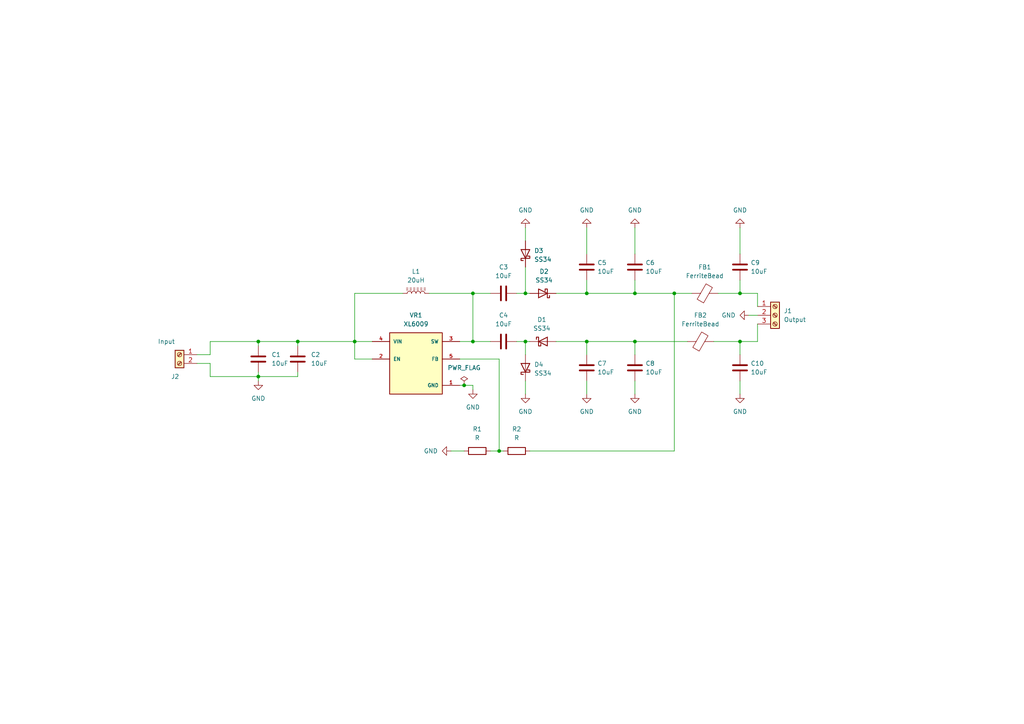
<source format=kicad_sch>
(kicad_sch (version 20230121) (generator eeschema)
  (paper "A4")
  (title_block (title "Dual Power Supply") (date "2023-09-12") (rev "v0.1") (company "JanithMS"))
  (lib_symbols
    (symbol "Connector:Screw_Terminal_01x02" (pin_names (offset 1.016) hide)
      (property "Reference" "J" (at 0 2.54 0))
      (property "Value" "Screw_Terminal_01x02" (at 0 -5.08 0))
      (symbol "Screw_Terminal_01x02_1_1"
        (rectangle (start -1.27 1.27) (end 1.27 -3.81) (stroke (width 0.254)) (fill (type background)))
        (circle (center 0 -2.54) (radius 0.635) (stroke (width 0.1524)))
        (polyline (pts (xy -0.5334 -2.2098) (xy 0.3302 -3.048)) (stroke (width 0.1524)))
        (polyline (pts (xy -0.5334 0.3302) (xy 0.3302 -0.508)) (stroke (width 0.1524)))
        (polyline (pts (xy -0.3556 -2.032) (xy 0.508 -2.8702)) (stroke (width 0.1524)))
        (polyline (pts (xy -0.3556 0.508) (xy 0.508 -0.3302)) (stroke (width 0.1524)))
        (circle (center 0 0) (radius 0.635) (stroke (width 0.1524)))
        (pin passive line (at -5.08 0 0) (length 3.81) (name "Pin_1") (number "1"))
        (pin passive line (at -5.08 -2.54 0) (length 3.81) (name "Pin_2") (number "2"))
      )
    )
    (symbol "Connector:Screw_Terminal_01x03" (pin_names (offset 1.016) hide)
      (property "Reference" "J" (at 0 5.08 0))
      (property "Value" "Screw_Terminal_01x03" (at 0 -5.08 0))
      (symbol "Screw_Terminal_01x03_1_1"
        (rectangle (start -1.27 3.81) (end 1.27 -3.81) (stroke (width 0.254)) (fill (type background)))
        (circle (center 0 -2.54) (radius 0.635) (stroke (width 0.1524)))
        (polyline (pts (xy -0.5334 -2.2098) (xy 0.3302 -3.048)) (stroke (width 0.1524)))
        (polyline (pts (xy -0.5334 0.3302) (xy 0.3302 -0.508)) (stroke (width 0.1524)))
        (polyline (pts (xy -0.5334 2.8702) (xy 0.3302 2.032)) (stroke (width 0.1524)))
        (polyline (pts (xy -0.3556 -2.032) (xy 0.508 -2.8702)) (stroke (width 0.1524)))
        (polyline (pts (xy -0.3556 0.508) (xy 0.508 -0.3302)) (stroke (width 0.1524)))
        (polyline (pts (xy -0.3556 3.048) (xy 0.508 2.2098)) (stroke (width 0.1524)))
        (circle (center 0 0) (radius 0.635) (stroke (width 0.1524)))
        (circle (center 0 2.54) (radius 0.635) (stroke (width 0.1524)))
        (pin passive line (at -5.08 2.54 0) (length 3.81) (name "Pin_1") (number "1"))
        (pin passive line (at -5.08 0 0) (length 3.81) (name "Pin_2") (number "2"))
        (pin passive line (at -5.08 -2.54 0) (length 3.81) (name "Pin_3") (number "3"))
      )
    )
    (symbol "Device:C" (pin_numbers hide) (pin_names (offset 0.254))
      (property "Reference" "C" (at 0.635 2.54 0))
      (property "Value" "C" (at 0.635 -2.54 0))
      (symbol "C_0_1"
        (polyline (pts (xy -2.032 -0.762) (xy 2.032 -0.762)) (stroke (width 0.508)))
        (polyline (pts (xy -2.032 0.762) (xy 2.032 0.762)) (stroke (width 0.508)))
      )
      (symbol "C_1_1"
        (pin passive line (at 0 3.81 270) (length 2.794) (name "~") (number "1"))
        (pin passive line (at 0 -3.81 90) (length 2.794) (name "~") (number "2"))
      )
    )
    (symbol "Device:D_Schottky" (pin_numbers hide) (pin_names (offset 1.016) hide)
      (property "Reference" "D" (at 0 2.54 0))
      (property "Value" "D_Schottky" (at 0 -2.54 0))
      (symbol "D_Schottky_0_1"
        (polyline (pts (xy 1.27 0) (xy -1.27 0)))
        (polyline (pts (xy 1.27 1.27) (xy 1.27 -1.27) (xy -1.27 0) (xy 1.27 1.27)) (stroke (width 0.254)))
        (polyline (pts (xy -1.905 0.635) (xy -1.905 1.27) (xy -1.27 1.27) (xy -1.27 -1.27) (xy -0.635 -1.27) (xy -0.635 -0.635)) (stroke (width 0.254)))
      )
      (symbol "D_Schottky_1_1"
        (pin passive line (at -3.81 0 0) (length 2.54) (name "K") (number "1"))
        (pin passive line (at 3.81 0 180) (length 2.54) (name "A") (number "2"))
      )
    )
    (symbol "Device:FerriteBead" (pin_numbers hide) (pin_names (offset 0))
      (property "Reference" "FB" (at -3.81 0.635 90))
      (property "Value" "FerriteBead" (at 3.81 0 90))
      (symbol "FerriteBead_0_1"
        (polyline (pts (xy 0 -1.27) (xy 0 -1.2192)))
        (polyline (pts (xy 0 1.27) (xy 0 1.2954)))
        (polyline (pts (xy -2.7686 0.4064) (xy -1.7018 2.2606) (xy 2.7686 -0.3048) (xy 1.6764 -2.159) (xy -2.7686 0.4064)))
      )
      (symbol "FerriteBead_1_1"
        (pin passive line (at 0 3.81 270) (length 2.54) (name "~") (number "1"))
        (pin passive line (at 0 -3.81 90) (length 2.54) (name "~") (number "2"))
      )
    )
    (symbol "Device:L_Ferrite" (pin_numbers hide) (pin_names (offset 1.016) hide)
      (property "Reference" "L" (at -1.27 0 90))
      (property "Value" "L_Ferrite" (at 2.794 0 90))
      (symbol "L_Ferrite_0_1"
        (arc (start 0 -2.54) (mid 0.6323 -1.905) (end 0 -1.27))
        (arc (start 0 -1.27) (mid 0.6323 -0.635) (end 0 0))
        (polyline (pts (xy 1.016 -2.794) (xy 1.016 -2.286)))
        (polyline (pts (xy 1.016 -1.778) (xy 1.016 -1.27)))
        (polyline (pts (xy 1.016 -0.762) (xy 1.016 -0.254)))
        (polyline (pts (xy 1.016 0.254) (xy 1.016 0.762)))
        (polyline (pts (xy 1.016 1.27) (xy 1.016 1.778)))
        (polyline (pts (xy 1.016 2.286) (xy 1.016 2.794)))
        (polyline (pts (xy 1.524 -2.286) (xy 1.524 -2.794)))
        (polyline (pts (xy 1.524 -1.27) (xy 1.524 -1.778)))
        (polyline (pts (xy 1.524 -0.254) (xy 1.524 -0.762)))
        (polyline (pts (xy 1.524 0.762) (xy 1.524 0.254)))
        (polyline (pts (xy 1.524 1.778) (xy 1.524 1.27)))
        (polyline (pts (xy 1.524 2.794) (xy 1.524 2.286)))
        (arc (start 0 0) (mid 0.6323 0.635) (end 0 1.27))
        (arc (start 0 1.27) (mid 0.6323 1.905) (end 0 2.54))
      )
      (symbol "L_Ferrite_1_1"
        (pin passive line (at 0 3.81 270) (length 1.27) (name "1") (number "1"))
        (pin passive line (at 0 -3.81 90) (length 1.27) (name "2") (number "2"))
      )
    )
    (symbol "Device:R" (pin_numbers hide) (pin_names (offset 0))
      (property "Reference" "R" (at 2.032 0 90))
      (property "Value" "R" (at 0 0 90))
      (symbol "R_0_1"
        (rectangle (start -1.016 -2.54) (end 1.016 2.54) (stroke (width 0.254)))
      )
      (symbol "R_1_1"
        (pin passive line (at 0 3.81 270) (length 1.27) (name "~") (number "1"))
        (pin passive line (at 0 -3.81 90) (length 1.27) (name "~") (number "2"))
      )
    )
    (symbol "JanithSymbols:XL6009" (pin_names (offset 1.016))
      (property "Reference" "VR" (at -7.62 8.89 0))
      (property "Value" "XL6009" (at -7.62 -11.43 0))
      (symbol "XL6009_0_0"
        (rectangle (start -7.62 -10.16) (end 7.62 7.62) (stroke (width 0.254)) (fill (type background)))
        (pin power_in line (at 12.7 -7.62 180) (length 5.08) (name "GND") (number "1"))
        (pin input line (at -12.7 0 0) (length 5.08) (name "EN") (number "2"))
        (pin output line (at 12.7 5.08 180) (length 5.08) (name "SW") (number "3"))
        (pin input line (at -12.7 5.08 0) (length 5.08) (name "VIN") (number "4"))
        (pin input line (at 12.7 0 180) (length 5.08) (name "FB") (number "5"))
      )
    )
    (symbol "power:GND" (power) (pin_names (offset 0))
      (property "Value" "GND" (at 0 -3.81 0))
      (symbol "GND_0_1"
        (polyline (pts (xy 0 0) (xy 0 -1.27) (xy 1.27 -1.27) (xy 0 -2.54) (xy -1.27 -1.27) (xy 0 -1.27)))
      )
      (symbol "GND_1_1"
        (pin power_in line (at 0 0 270) (length 0) hide (name "GND") (number "1"))
      )
    )
    (symbol "power:PWR_FLAG" (power) (pin_numbers hide) (pin_names (offset 0) hide)
      (property "Value" "PWR_FLAG" (at 0 3.81 0))
      (symbol "PWR_FLAG_0_0"
        (pin power_out line (at 0 0 90) (length 0) (name "pwr") (number "1"))
      )
      (symbol "PWR_FLAG_0_1"
        (polyline (pts (xy 0 0) (xy 0 1.27) (xy -1.016 1.905) (xy 0 2.54) (xy 1.016 1.905) (xy 0 1.27)))
      )
    )
  )
  (junction (at 170.18 99.06))
  (junction (at 74.93 109.22))
  (junction (at 214.63 85.09))
  (junction (at 195.58 85.09))
  (junction (at 152.4 99.06))
  (junction (at 86.36 99.06))
  (junction (at 214.63 99.06))
  (junction (at 134.62 111.76))
  (junction (at 184.15 85.09))
  (junction (at 184.15 99.06))
  (junction (at 74.93 99.06))
  (junction (at 102.87 99.06))
  (junction (at 137.16 99.06))
  (junction (at 170.18 85.09))
  (junction (at 152.4 85.09))
  (junction (at 144.78 130.81))
  (junction (at 137.16 85.09))
  (wire (pts (xy 219.71 93.98) (xy 219.71 99.06)))
  (wire (pts (xy 184.15 85.09) (xy 170.18 85.09)))
  (wire (pts (xy 184.15 99.06) (xy 199.39 99.06)))
  (wire (pts (xy 57.15 102.87) (xy 60.96 102.87)))
  (wire (pts (xy 152.4 85.09) (xy 153.67 85.09)))
  (wire (pts (xy 184.15 110.49) (xy 184.15 114.3)))
  (wire (pts (xy 152.4 110.49) (xy 152.4 114.3)))
  (wire (pts (xy 86.36 99.06) (xy 86.36 100.33)))
  (wire (pts (xy 102.87 99.06) (xy 107.95 99.06)))
  (wire (pts (xy 219.71 88.9) (xy 219.71 85.09)))
  (wire (pts (xy 195.58 85.09) (xy 200.66 85.09)))
  (wire (pts (xy 214.63 99.06) (xy 214.63 102.87)))
  (wire (pts (xy 60.96 105.41) (xy 60.96 109.22)))
  (wire (pts (xy 86.36 99.06) (xy 102.87 99.06)))
  (wire (pts (xy 219.71 99.06) (xy 214.63 99.06)))
  (wire (pts (xy 214.63 85.09) (xy 214.63 81.28)))
  (wire (pts (xy 74.93 109.22) (xy 74.93 110.49)))
  (wire (pts (xy 219.71 85.09) (xy 214.63 85.09)))
  (wire (pts (xy 60.96 99.06) (xy 74.93 99.06)))
  (wire (pts (xy 102.87 85.09) (xy 102.87 99.06)))
  (wire (pts (xy 161.29 99.06) (xy 170.18 99.06)))
  (wire (pts (xy 60.96 109.22) (xy 74.93 109.22)))
  (wire (pts (xy 161.29 85.09) (xy 170.18 85.09)))
  (wire (pts (xy 214.63 110.49) (xy 214.63 114.3)))
  (wire (pts (xy 144.78 130.81) (xy 146.05 130.81)))
  (wire (pts (xy 170.18 85.09) (xy 170.18 81.28)))
  (wire (pts (xy 137.16 99.06) (xy 142.24 99.06)))
  (wire (pts (xy 74.93 100.33) (xy 74.93 99.06)))
  (wire (pts (xy 144.78 104.14) (xy 144.78 130.81)))
  (wire (pts (xy 207.01 99.06) (xy 214.63 99.06)))
  (wire (pts (xy 170.18 110.49) (xy 170.18 114.3)))
  (wire (pts (xy 130.81 130.81) (xy 134.62 130.81)))
  (wire (pts (xy 74.93 107.95) (xy 74.93 109.22)))
  (wire (pts (xy 149.86 85.09) (xy 152.4 85.09)))
  (wire (pts (xy 152.4 66.04) (xy 152.4 69.85)))
  (wire (pts (xy 107.95 104.14) (xy 102.87 104.14)))
  (wire (pts (xy 208.28 85.09) (xy 214.63 85.09)))
  (wire (pts (xy 152.4 99.06) (xy 152.4 102.87)))
  (wire (pts (xy 142.24 130.81) (xy 144.78 130.81)))
  (wire (pts (xy 153.67 130.81) (xy 195.58 130.81)))
  (wire (pts (xy 149.86 99.06) (xy 152.4 99.06)))
  (wire (pts (xy 214.63 66.04) (xy 214.63 73.66)))
  (wire (pts (xy 86.36 109.22) (xy 74.93 109.22)))
  (wire (pts (xy 116.84 85.09) (xy 102.87 85.09)))
  (wire (pts (xy 134.62 111.76) (xy 137.16 111.76)))
  (wire (pts (xy 137.16 111.76) (xy 137.16 113.03)))
  (wire (pts (xy 60.96 102.87) (xy 60.96 99.06)))
  (wire (pts (xy 137.16 85.09) (xy 142.24 85.09)))
  (wire (pts (xy 133.35 111.76) (xy 134.62 111.76)))
  (wire (pts (xy 74.93 99.06) (xy 86.36 99.06)))
  (wire (pts (xy 170.18 99.06) (xy 170.18 102.87)))
  (wire (pts (xy 152.4 99.06) (xy 153.67 99.06)))
  (wire (pts (xy 195.58 130.81) (xy 195.58 85.09)))
  (wire (pts (xy 195.58 85.09) (xy 184.15 85.09)))
  (wire (pts (xy 124.46 85.09) (xy 137.16 85.09)))
  (wire (pts (xy 170.18 66.04) (xy 170.18 73.66)))
  (wire (pts (xy 184.15 102.87) (xy 184.15 99.06)))
  (wire (pts (xy 184.15 66.04) (xy 184.15 73.66)))
  (wire (pts (xy 184.15 81.28) (xy 184.15 85.09)))
  (wire (pts (xy 137.16 85.09) (xy 137.16 99.06)))
  (wire (pts (xy 133.35 104.14) (xy 144.78 104.14)))
  (wire (pts (xy 137.16 99.06) (xy 133.35 99.06)))
  (wire (pts (xy 57.15 105.41) (xy 60.96 105.41)))
  (wire (pts (xy 184.15 99.06) (xy 170.18 99.06)))
  (wire (pts (xy 152.4 77.47) (xy 152.4 85.09)))
  (wire (pts (xy 86.36 107.95) (xy 86.36 109.22)))
  (wire (pts (xy 217.17 91.44) (xy 219.71 91.44)))
  (wire (pts (xy 102.87 104.14) (xy 102.87 99.06)))
  (symbol (lib_id "power:GND") (at 152.4 66.04 180) (unit 1)
    (property "Reference" "#PWR03" (effects hide))
    (property "Value" "GND" (at 152.4 60.96 0))
  )
  (symbol (lib_id "power:GND") (at 137.16 113.03 0) (unit 1)
    (property "Reference" "#PWR02" (effects hide))
    (property "Value" "GND" (at 137.16 118.11 0))
  )
  (symbol (lib_id "Device:R") (at 149.86 130.81 90) (unit 1)
    (property "Reference" "R2" (at 149.86 124.46 90))
    (property "Value" "R" (at 149.86 127 90))
    (property "Footprint" "Resistor_SMD:R_1206_3216Metric_Pad1.30x1.75mm_HandSolder" (effects hide))
  )
  (symbol (lib_id "Device:C") (at 86.36 104.14 0) (unit 1)
    (property "Reference" "C2" (at 90.17 102.87 0) (effects (justify left)))
    (property "Value" "10uF" (at 90.17 105.41 0) (effects (justify left)))
    (property "Footprint" "Capacitor_SMD:C_1206_3216Metric" (effects hide))
  )
  (symbol (lib_id "power:PWR_FLAG") (at 134.62 111.76 0) (unit 1)
    (property "Reference" "#FLG01" (effects hide))
    (property "Value" "PWR_FLAG" (at 134.62 106.68 0))
  )
  (symbol (lib_id "power:GND") (at 184.15 114.3 0) (unit 1)
    (property "Reference" "#PWR08" (effects hide))
    (property "Value" "GND" (at 184.15 119.38 0))
  )
  (symbol (lib_id "Device:FerriteBead") (at 203.2 99.06 90) (unit 1)
    (property "Reference" "FB2" (at 203.1492 91.44 90))
    (property "Value" "FerriteBead" (at 203.1492 93.98 90))
    (property "Footprint" "Inductor_THT:L_Axial_L5.3mm_D2.2mm_P2.54mm_Vertical_Vishay_IM-1" (effects hide))
  )
  (symbol (lib_id "power:GND") (at 184.15 66.04 180) (unit 1)
    (property "Reference" "#PWR06" (effects hide))
    (property "Value" "GND" (at 184.15 60.96 0))
  )
  (symbol (lib_id "Device:D_Schottky") (at 157.48 99.06 0) (unit 1)
    (property "Reference" "D1" (at 157.1625 92.71 0))
    (property "Value" "SS34" (at 157.1625 95.25 0))
    (property "Footprint" "Diode_SMD:D_SMA-SMB_Universal_Handsoldering" (effects hide))
  )
  (symbol (lib_id "Device:L_Ferrite") (at 120.65 85.09 90) (unit 1)
    (property "Reference" "L1" (at 120.65 78.74 90))
    (property "Value" "20uH" (at 120.65 81.28 90))
    (property "Footprint" "Inductor_SMD:L_Taiyo-Yuden_NR-80xx_HandSoldering" (effects hide))
  )
  (symbol (lib_id "Device:R") (at 138.43 130.81 90) (unit 1)
    (property "Reference" "R1" (at 138.43 124.46 90))
    (property "Value" "R" (at 138.43 127 90))
    (property "Footprint" "Resistor_SMD:R_1206_3216Metric_Pad1.30x1.75mm_HandSolder" (effects hide))
  )
  (symbol (lib_id "Connector:Screw_Terminal_01x03") (at 224.79 91.44 0) (unit 1)
    (property "Reference" "J1" (at 227.33 90.17 0) (effects (justify left)))
    (property "Value" "Output" (at 227.33 92.71 0) (effects (justify left)))
    (property "Footprint" "TerminalBlock_Phoenix:TerminalBlock_Phoenix_MKDS-1,5-3-5.08_1x03_P5.08mm_Horizontal" (effects hide))
  )
  (symbol (lib_id "Device:C") (at 214.63 77.47 180) (unit 1)
    (property "Reference" "C9" (at 217.71 76.2 0) (effects (justify right)))
    (property "Value" "10uF" (at 217.71 78.74 0) (effects (justify right)))
    (property "Footprint" "Capacitor_SMD:C_1206_3216Metric" (effects hide))
  )
  (symbol (lib_id "power:GND") (at 152.4 114.3 0) (unit 1)
    (property "Reference" "#PWR04" (effects hide))
    (property "Value" "GND" (at 152.4 119.38 0))
  )
  (symbol (lib_id "Device:D_Schottky") (at 152.4 106.68 90) (unit 1)
    (property "Reference" "D4" (at 154.94 105.7275 90) (effects (justify right)))
    (property "Value" "SS34" (at 154.94 108.2675 90) (effects (justify right)))
    (property "Footprint" "Diode_SMD:D_SMA-SMB_Universal_Handsoldering" (effects hide))
  )
  (symbol (lib_id "Device:C") (at 170.18 106.68 180) (unit 1)
    (property "Reference" "C7" (at 173.26 105.41 0) (effects (justify right)))
    (property "Value" "10uF" (at 173.26 107.95 0) (effects (justify right)))
    (property "Footprint" "Capacitor_SMD:C_1206_3216Metric" (effects hide))
  )
  (symbol (lib_id "Device:D_Schottky") (at 152.4 73.66 90) (unit 1)
    (property "Reference" "D3" (at 154.94 72.7075 90) (effects (justify right)))
    (property "Value" "SS34" (at 154.94 75.2475 90) (effects (justify right)))
    (property "Footprint" "Diode_SMD:D_SMA-SMB_Universal_Handsoldering" (effects hide))
  )
  (symbol (lib_id "JanithSymbols:XL6009") (at 120.65 104.14 0) (unit 1)
    (property "Reference" "VR1" (at 120.65 91.44 0))
    (property "Value" "XL6009" (at 120.65 93.98 0))
    (property "Footprint" "JanithFootprints:XL6009" (effects hide))
  )
  (symbol (lib_id "power:GND") (at 217.17 91.44 270) (unit 1)
    (property "Reference" "#PWR012" (effects hide))
    (property "Value" "GND" (at 213.36 91.44 90) (effects (justify right)))
  )
  (symbol (lib_id "Device:C") (at 184.15 106.68 180) (unit 1)
    (property "Reference" "C8" (at 187.23 105.41 0) (effects (justify right)))
    (property "Value" "10uF" (at 187.23 107.95 0) (effects (justify right)))
    (property "Footprint" "Capacitor_SMD:C_1206_3216Metric" (effects hide))
  )
  (symbol (lib_id "Device:C") (at 214.63 106.68 180) (unit 1)
    (property "Reference" "C10" (at 217.71 105.41 0) (effects (justify right)))
    (property "Value" "10uF" (at 217.71 107.95 0) (effects (justify right)))
    (property "Footprint" "Capacitor_SMD:C_1206_3216Metric" (effects hide))
  )
  (symbol (lib_id "Device:C") (at 74.93 104.14 0) (unit 1)
    (property "Reference" "C1" (at 78.74 102.87 0) (effects (justify left)))
    (property "Value" "10uF" (at 78.74 105.41 0) (effects (justify left)))
    (property "Footprint" "Capacitor_SMD:C_1206_3216Metric" (effects hide))
  )
  (symbol (lib_id "power:GND") (at 170.18 66.04 180) (unit 1)
    (property "Reference" "#PWR05" (effects hide))
    (property "Value" "GND" (at 170.18 60.96 0))
  )
  (symbol (lib_id "power:GND") (at 214.63 66.04 180) (unit 1)
    (property "Reference" "#PWR010" (effects hide))
    (property "Value" "GND" (at 214.63 60.96 0))
  )
  (symbol (lib_id "power:GND") (at 214.63 114.3 0) (unit 1)
    (property "Reference" "#PWR011" (effects hide))
    (property "Value" "GND" (at 214.63 119.38 0))
  )
  (symbol (lib_id "power:GND") (at 170.18 114.3 0) (unit 1)
    (property "Reference" "#PWR07" (effects hide))
    (property "Value" "GND" (at 170.18 119.38 0))
  )
  (symbol (lib_id "Device:D_Schottky") (at 157.48 85.09 180) (unit 1)
    (property "Reference" "D2" (at 157.7975 78.74 0))
    (property "Value" "SS34" (at 157.7975 81.28 0))
    (property "Footprint" "Diode_SMD:D_SMA-SMB_Universal_Handsoldering" (effects hide))
  )
  (symbol (lib_id "power:GND") (at 74.93 110.49 0) (unit 1)
    (property "Reference" "#PWR01" (effects hide))
    (property "Value" "GND" (at 74.93 115.57 0))
  )
  (symbol (lib_id "Connector:Screw_Terminal_01x02") (at 52.07 102.87 0) (mirror y) (unit 1)
    (property "Reference" "J2" (at 50.8 109.22 0))
    (property "Value" "Input" (at 48.26 99.06 0))
    (property "Footprint" "TerminalBlock_Phoenix:TerminalBlock_Phoenix_MKDS-1,5-2-5.08_1x02_P5.08mm_Horizontal" (effects hide))
  )
  (symbol (lib_id "Device:FerriteBead") (at 204.47 85.09 90) (unit 1)
    (property "Reference" "FB1" (at 204.4192 77.47 90))
    (property "Value" "FerriteBead" (at 204.4192 80.01 90))
    (property "Footprint" "Inductor_THT:L_Axial_L5.3mm_D2.2mm_P2.54mm_Vertical_Vishay_IM-1" (effects hide))
  )
  (symbol (lib_id "Device:C") (at 184.15 77.47 180) (unit 1)
    (property "Reference" "C6" (at 187.23 76.2 0) (effects (justify right)))
    (property "Value" "10uF" (at 187.23 78.74 0) (effects (justify right)))
    (property "Footprint" "Capacitor_SMD:C_1206_3216Metric" (effects hide))
  )
  (symbol (lib_id "Device:C") (at 146.05 99.06 90) (unit 1)
    (property "Reference" "C4" (at 146.05 91.44 90))
    (property "Value" "10uF" (at 146.05 93.98 90))
    (property "Footprint" "Capacitor_SMD:C_1206_3216Metric" (effects hide))
  )
  (symbol (lib_id "Device:C") (at 146.05 85.09 90) (unit 1)
    (property "Reference" "C3" (at 146.05 77.47 90))
    (property "Value" "10uF" (at 146.05 80.01 90))
    (property "Footprint" "Capacitor_SMD:C_1206_3216Metric" (effects hide))
  )
  (symbol (lib_id "Device:C") (at 170.18 77.47 180) (unit 1)
    (property "Reference" "C5" (at 173.26 76.2 0) (effects (justify right)))
    (property "Value" "10uF" (at 173.26 78.74 0) (effects (justify right)))
    (property "Footprint" "Capacitor_SMD:C_1206_3216Metric" (effects hide))
  )
  (symbol (lib_id "power:GND") (at 130.81 130.81 270) (unit 1)
    (property "Reference" "#PWR09" (effects hide))
    (property "Value" "GND" (at 127 130.81 90) (effects (justify right)))
  )
)
</source>
